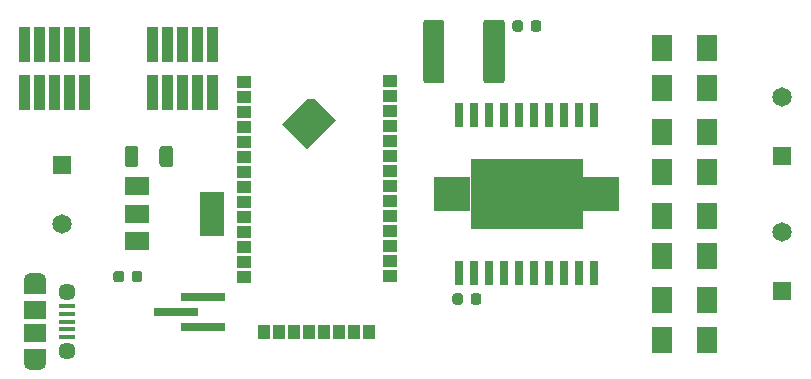
<source format=gbr>
%TF.GenerationSoftware,KiCad,Pcbnew,5.1.9-2.fc34*%
%TF.CreationDate,2021-04-29T15:20:28-07:00*%
%TF.ProjectId,motorbrainz,6d6f746f-7262-4726-9169-6e7a2e6b6963,1.0*%
%TF.SameCoordinates,Original*%
%TF.FileFunction,Soldermask,Top*%
%TF.FilePolarity,Negative*%
%FSLAX46Y46*%
G04 Gerber Fmt 4.6, Leading zero omitted, Abs format (unit mm)*
G04 Created by KiCad (PCBNEW 5.1.9-2.fc34) date 2021-04-29 15:20:28*
%MOMM*%
%LPD*%
G01*
G04 APERTURE LIST*
%ADD10C,0.010000*%
%ADD11R,1.900000X1.200000*%
%ADD12O,1.900000X1.200000*%
%ADD13R,1.900000X1.500000*%
%ADD14C,1.450000*%
%ADD15R,1.350000X0.400000*%
%ADD16R,3.730000X0.740000*%
%ADD17R,1.000000X1.200000*%
%ADD18R,1.200000X1.000000*%
%ADD19C,0.100000*%
%ADD20R,3.050000X2.900000*%
%ADD21R,9.600000X6.000000*%
%ADD22R,0.700000X2.000000*%
%ADD23R,2.000000X3.800000*%
%ADD24R,2.000000X1.500000*%
%ADD25R,1.650000X1.650000*%
%ADD26C,1.650000*%
%ADD27R,1.701800X2.209800*%
G04 APERTURE END LIST*
D10*
%TO.C,J1*%
G36*
X98846000Y-90346000D02*
G01*
X98004000Y-90346000D01*
X98004000Y-87454000D01*
X98846000Y-87454000D01*
X98846000Y-90346000D01*
G37*
X98846000Y-90346000D02*
X98004000Y-90346000D01*
X98004000Y-87454000D01*
X98846000Y-87454000D01*
X98846000Y-90346000D01*
G36*
X98846000Y-94410000D02*
G01*
X98004000Y-94410000D01*
X98004000Y-91518000D01*
X98846000Y-91518000D01*
X98846000Y-94410000D01*
G37*
X98846000Y-94410000D02*
X98004000Y-94410000D01*
X98004000Y-91518000D01*
X98846000Y-91518000D01*
X98846000Y-94410000D01*
G36*
X97576000Y-90346000D02*
G01*
X96734000Y-90346000D01*
X96734000Y-87454000D01*
X97576000Y-87454000D01*
X97576000Y-90346000D01*
G37*
X97576000Y-90346000D02*
X96734000Y-90346000D01*
X96734000Y-87454000D01*
X97576000Y-87454000D01*
X97576000Y-90346000D01*
G36*
X97576000Y-94410000D02*
G01*
X96734000Y-94410000D01*
X96734000Y-91518000D01*
X97576000Y-91518000D01*
X97576000Y-94410000D01*
G37*
X97576000Y-94410000D02*
X96734000Y-94410000D01*
X96734000Y-91518000D01*
X97576000Y-91518000D01*
X97576000Y-94410000D01*
G36*
X96306000Y-90346000D02*
G01*
X95464000Y-90346000D01*
X95464000Y-87454000D01*
X96306000Y-87454000D01*
X96306000Y-90346000D01*
G37*
X96306000Y-90346000D02*
X95464000Y-90346000D01*
X95464000Y-87454000D01*
X96306000Y-87454000D01*
X96306000Y-90346000D01*
G36*
X96306000Y-94410000D02*
G01*
X95464000Y-94410000D01*
X95464000Y-91518000D01*
X96306000Y-91518000D01*
X96306000Y-94410000D01*
G37*
X96306000Y-94410000D02*
X95464000Y-94410000D01*
X95464000Y-91518000D01*
X96306000Y-91518000D01*
X96306000Y-94410000D01*
G36*
X95036000Y-90346000D02*
G01*
X94194000Y-90346000D01*
X94194000Y-87454000D01*
X95036000Y-87454000D01*
X95036000Y-90346000D01*
G37*
X95036000Y-90346000D02*
X94194000Y-90346000D01*
X94194000Y-87454000D01*
X95036000Y-87454000D01*
X95036000Y-90346000D01*
G36*
X95036000Y-94410000D02*
G01*
X94194000Y-94410000D01*
X94194000Y-91518000D01*
X95036000Y-91518000D01*
X95036000Y-94410000D01*
G37*
X95036000Y-94410000D02*
X94194000Y-94410000D01*
X94194000Y-91518000D01*
X95036000Y-91518000D01*
X95036000Y-94410000D01*
G36*
X93766000Y-90346000D02*
G01*
X92924000Y-90346000D01*
X92924000Y-87454000D01*
X93766000Y-87454000D01*
X93766000Y-90346000D01*
G37*
X93766000Y-90346000D02*
X92924000Y-90346000D01*
X92924000Y-87454000D01*
X93766000Y-87454000D01*
X93766000Y-90346000D01*
G36*
X93766000Y-94410000D02*
G01*
X92924000Y-94410000D01*
X92924000Y-91518000D01*
X93766000Y-91518000D01*
X93766000Y-94410000D01*
G37*
X93766000Y-94410000D02*
X92924000Y-94410000D01*
X92924000Y-91518000D01*
X93766000Y-91518000D01*
X93766000Y-94410000D01*
%TO.C,J7*%
G36*
X109641000Y-90346000D02*
G01*
X108799000Y-90346000D01*
X108799000Y-87454000D01*
X109641000Y-87454000D01*
X109641000Y-90346000D01*
G37*
X109641000Y-90346000D02*
X108799000Y-90346000D01*
X108799000Y-87454000D01*
X109641000Y-87454000D01*
X109641000Y-90346000D01*
G36*
X109641000Y-94410000D02*
G01*
X108799000Y-94410000D01*
X108799000Y-91518000D01*
X109641000Y-91518000D01*
X109641000Y-94410000D01*
G37*
X109641000Y-94410000D02*
X108799000Y-94410000D01*
X108799000Y-91518000D01*
X109641000Y-91518000D01*
X109641000Y-94410000D01*
G36*
X108371000Y-90346000D02*
G01*
X107529000Y-90346000D01*
X107529000Y-87454000D01*
X108371000Y-87454000D01*
X108371000Y-90346000D01*
G37*
X108371000Y-90346000D02*
X107529000Y-90346000D01*
X107529000Y-87454000D01*
X108371000Y-87454000D01*
X108371000Y-90346000D01*
G36*
X108371000Y-94410000D02*
G01*
X107529000Y-94410000D01*
X107529000Y-91518000D01*
X108371000Y-91518000D01*
X108371000Y-94410000D01*
G37*
X108371000Y-94410000D02*
X107529000Y-94410000D01*
X107529000Y-91518000D01*
X108371000Y-91518000D01*
X108371000Y-94410000D01*
G36*
X107101000Y-90346000D02*
G01*
X106259000Y-90346000D01*
X106259000Y-87454000D01*
X107101000Y-87454000D01*
X107101000Y-90346000D01*
G37*
X107101000Y-90346000D02*
X106259000Y-90346000D01*
X106259000Y-87454000D01*
X107101000Y-87454000D01*
X107101000Y-90346000D01*
G36*
X107101000Y-94410000D02*
G01*
X106259000Y-94410000D01*
X106259000Y-91518000D01*
X107101000Y-91518000D01*
X107101000Y-94410000D01*
G37*
X107101000Y-94410000D02*
X106259000Y-94410000D01*
X106259000Y-91518000D01*
X107101000Y-91518000D01*
X107101000Y-94410000D01*
G36*
X105831000Y-90346000D02*
G01*
X104989000Y-90346000D01*
X104989000Y-87454000D01*
X105831000Y-87454000D01*
X105831000Y-90346000D01*
G37*
X105831000Y-90346000D02*
X104989000Y-90346000D01*
X104989000Y-87454000D01*
X105831000Y-87454000D01*
X105831000Y-90346000D01*
G36*
X105831000Y-94410000D02*
G01*
X104989000Y-94410000D01*
X104989000Y-91518000D01*
X105831000Y-91518000D01*
X105831000Y-94410000D01*
G37*
X105831000Y-94410000D02*
X104989000Y-94410000D01*
X104989000Y-91518000D01*
X105831000Y-91518000D01*
X105831000Y-94410000D01*
G36*
X104561000Y-90346000D02*
G01*
X103719000Y-90346000D01*
X103719000Y-87454000D01*
X104561000Y-87454000D01*
X104561000Y-90346000D01*
G37*
X104561000Y-90346000D02*
X103719000Y-90346000D01*
X103719000Y-87454000D01*
X104561000Y-87454000D01*
X104561000Y-90346000D01*
G36*
X104561000Y-94410000D02*
G01*
X103719000Y-94410000D01*
X103719000Y-91518000D01*
X104561000Y-91518000D01*
X104561000Y-94410000D01*
G37*
X104561000Y-94410000D02*
X103719000Y-94410000D01*
X103719000Y-91518000D01*
X104561000Y-91518000D01*
X104561000Y-94410000D01*
%TD*%
D11*
%TO.C,J2*%
X94266500Y-109495000D03*
X94266500Y-115295000D03*
D12*
X94266500Y-115895000D03*
X94266500Y-108895000D03*
D13*
X94266500Y-111395000D03*
D14*
X96966500Y-114895000D03*
D15*
X96966500Y-112395000D03*
X96966500Y-113045000D03*
X96966500Y-113695000D03*
X96966500Y-111095000D03*
X96966500Y-111745000D03*
D14*
X96966500Y-109895000D03*
D13*
X94266500Y-113395000D03*
%TD*%
D16*
%TO.C,J6*%
X108445000Y-112839500D03*
X106185000Y-111569500D03*
X108445000Y-110299500D03*
%TD*%
%TO.C,C2*%
G36*
G01*
X102986000Y-97774999D02*
X102986000Y-99075001D01*
G75*
G02*
X102736001Y-99325000I-249999J0D01*
G01*
X102085999Y-99325000D01*
G75*
G02*
X101836000Y-99075001I0J249999D01*
G01*
X101836000Y-97774999D01*
G75*
G02*
X102085999Y-97525000I249999J0D01*
G01*
X102736001Y-97525000D01*
G75*
G02*
X102986000Y-97774999I0J-249999D01*
G01*
G37*
G36*
G01*
X105936000Y-97774999D02*
X105936000Y-99075001D01*
G75*
G02*
X105686001Y-99325000I-249999J0D01*
G01*
X105035999Y-99325000D01*
G75*
G02*
X104786000Y-99075001I0J249999D01*
G01*
X104786000Y-97774999D01*
G75*
G02*
X105035999Y-97525000I249999J0D01*
G01*
X105686001Y-97525000D01*
G75*
G02*
X105936000Y-97774999I0J-249999D01*
G01*
G37*
%TD*%
%TO.C,C5*%
G36*
G01*
X128906000Y-87085000D02*
X128906000Y-91985000D01*
G75*
G02*
X128656000Y-92235000I-250000J0D01*
G01*
X127356000Y-92235000D01*
G75*
G02*
X127106000Y-91985000I0J250000D01*
G01*
X127106000Y-87085000D01*
G75*
G02*
X127356000Y-86835000I250000J0D01*
G01*
X128656000Y-86835000D01*
G75*
G02*
X128906000Y-87085000I0J-250000D01*
G01*
G37*
G36*
G01*
X134006000Y-87085000D02*
X134006000Y-91985000D01*
G75*
G02*
X133756000Y-92235000I-250000J0D01*
G01*
X132456000Y-92235000D01*
G75*
G02*
X132206000Y-91985000I0J250000D01*
G01*
X132206000Y-87085000D01*
G75*
G02*
X132456000Y-86835000I250000J0D01*
G01*
X133756000Y-86835000D01*
G75*
G02*
X134006000Y-87085000I0J-250000D01*
G01*
G37*
%TD*%
D17*
%TO.C,U1*%
X122555000Y-113248900D03*
X121285000Y-113248900D03*
X120015000Y-113248900D03*
X118745000Y-113248900D03*
X117475000Y-113248900D03*
X116205000Y-113248900D03*
X114935000Y-113248900D03*
X113665000Y-113248900D03*
D18*
X111950000Y-92075000D03*
X111950000Y-93345000D03*
X111950000Y-94615000D03*
X111950000Y-95885000D03*
X111950000Y-97155000D03*
X111950000Y-98425000D03*
X111950000Y-99695000D03*
X111950000Y-100965000D03*
X111950000Y-102235000D03*
X111950000Y-103505000D03*
X111950000Y-104775000D03*
X111950000Y-106045000D03*
X111950000Y-107315000D03*
X111950000Y-108585000D03*
X124290000Y-92063700D03*
X124290000Y-93333700D03*
X124290000Y-94603700D03*
X124290000Y-95873700D03*
X124290000Y-97143700D03*
X124290000Y-98413700D03*
X124290000Y-99683700D03*
X124290000Y-100953700D03*
X124290000Y-102223700D03*
X124290000Y-103493700D03*
X124290000Y-104763700D03*
X124290000Y-106033700D03*
X124290000Y-107303700D03*
X124290000Y-108573700D03*
D19*
G36*
X115189951Y-95698890D02*
G01*
X115189954Y-95698881D01*
X115189958Y-95698872D01*
X117309972Y-93578858D01*
X117309981Y-93578854D01*
X117309990Y-93578851D01*
X117310000Y-93578850D01*
X117980000Y-93578850D01*
X117980010Y-93578851D01*
X117980019Y-93578854D01*
X117980028Y-93578858D01*
X117980035Y-93578865D01*
X119770035Y-95378865D01*
X119770042Y-95378872D01*
X119770046Y-95378881D01*
X119770049Y-95378890D01*
X119770050Y-95378900D01*
X119770049Y-95378910D01*
X119770046Y-95378919D01*
X119770041Y-95378928D01*
X119770035Y-95378935D01*
X117310035Y-97828935D01*
X117310028Y-97828942D01*
X117310019Y-97828946D01*
X117310010Y-97828949D01*
X117310000Y-97828950D01*
X117309990Y-97828949D01*
X117309981Y-97828946D01*
X117309972Y-97828942D01*
X117309965Y-97828935D01*
X115189965Y-95698935D01*
X115189958Y-95698928D01*
X115189954Y-95698919D01*
X115189951Y-95698910D01*
X115189950Y-95698900D01*
X115189951Y-95698890D01*
G37*
%TD*%
D20*
%TO.C,U2*%
X129590000Y-101600000D03*
X142190000Y-101600000D03*
D21*
X135890000Y-101600000D03*
D22*
X141605000Y-108300000D03*
X140335000Y-108300000D03*
X139065000Y-108300000D03*
X137795000Y-108300000D03*
X136525000Y-108300000D03*
X135255000Y-108300000D03*
X133985000Y-108300000D03*
X132715000Y-108300000D03*
X131445000Y-108300000D03*
X130175000Y-108300000D03*
X130175000Y-94900000D03*
X131445000Y-94900000D03*
X132715000Y-94900000D03*
X133985000Y-94900000D03*
X135255000Y-94900000D03*
X136525000Y-94900000D03*
X137795000Y-94900000D03*
X139065000Y-94900000D03*
X140335000Y-94900000D03*
X141605000Y-94900000D03*
%TD*%
%TO.C,C4*%
G36*
G01*
X136215000Y-87626000D02*
X136215000Y-87126000D01*
G75*
G02*
X136440000Y-86901000I225000J0D01*
G01*
X136890000Y-86901000D01*
G75*
G02*
X137115000Y-87126000I0J-225000D01*
G01*
X137115000Y-87626000D01*
G75*
G02*
X136890000Y-87851000I-225000J0D01*
G01*
X136440000Y-87851000D01*
G75*
G02*
X136215000Y-87626000I0J225000D01*
G01*
G37*
G36*
G01*
X134665000Y-87626000D02*
X134665000Y-87126000D01*
G75*
G02*
X134890000Y-86901000I225000J0D01*
G01*
X135340000Y-86901000D01*
G75*
G02*
X135565000Y-87126000I0J-225000D01*
G01*
X135565000Y-87626000D01*
G75*
G02*
X135340000Y-87851000I-225000J0D01*
G01*
X134890000Y-87851000D01*
G75*
G02*
X134665000Y-87626000I0J225000D01*
G01*
G37*
%TD*%
D23*
%TO.C,U11*%
X109195000Y-103251000D03*
D24*
X102895000Y-103251000D03*
X102895000Y-105551000D03*
X102895000Y-100951000D03*
%TD*%
D25*
%TO.C,J3*%
X96520000Y-99100000D03*
D26*
X96520000Y-104100000D03*
%TD*%
%TO.C,C3*%
G36*
G01*
X130485000Y-110240000D02*
X130485000Y-110740000D01*
G75*
G02*
X130260000Y-110965000I-225000J0D01*
G01*
X129810000Y-110965000D01*
G75*
G02*
X129585000Y-110740000I0J225000D01*
G01*
X129585000Y-110240000D01*
G75*
G02*
X129810000Y-110015000I225000J0D01*
G01*
X130260000Y-110015000D01*
G75*
G02*
X130485000Y-110240000I0J-225000D01*
G01*
G37*
G36*
G01*
X132035000Y-110240000D02*
X132035000Y-110740000D01*
G75*
G02*
X131810000Y-110965000I-225000J0D01*
G01*
X131360000Y-110965000D01*
G75*
G02*
X131135000Y-110740000I0J225000D01*
G01*
X131135000Y-110240000D01*
G75*
G02*
X131360000Y-110015000I225000J0D01*
G01*
X131810000Y-110015000D01*
G75*
G02*
X132035000Y-110240000I0J-225000D01*
G01*
G37*
%TD*%
%TO.C,C1*%
G36*
G01*
X103333000Y-108335000D02*
X103333000Y-108835000D01*
G75*
G02*
X103108000Y-109060000I-225000J0D01*
G01*
X102658000Y-109060000D01*
G75*
G02*
X102433000Y-108835000I0J225000D01*
G01*
X102433000Y-108335000D01*
G75*
G02*
X102658000Y-108110000I225000J0D01*
G01*
X103108000Y-108110000D01*
G75*
G02*
X103333000Y-108335000I0J-225000D01*
G01*
G37*
G36*
G01*
X101783000Y-108335000D02*
X101783000Y-108835000D01*
G75*
G02*
X101558000Y-109060000I-225000J0D01*
G01*
X101108000Y-109060000D01*
G75*
G02*
X100883000Y-108835000I0J225000D01*
G01*
X100883000Y-108335000D01*
G75*
G02*
X101108000Y-108110000I225000J0D01*
G01*
X101558000Y-108110000D01*
G75*
G02*
X101783000Y-108335000I0J-225000D01*
G01*
G37*
%TD*%
D27*
%TO.C,U10*%
X147320000Y-103454200D03*
X147320000Y-106857800D03*
%TD*%
%TO.C,U9*%
X151130000Y-106857800D03*
X151130000Y-103454200D03*
%TD*%
%TO.C,U8*%
X147320000Y-113969800D03*
X147320000Y-110566200D03*
%TD*%
%TO.C,U7*%
X151130000Y-110566200D03*
X151130000Y-113969800D03*
%TD*%
%TO.C,U6*%
X147320000Y-89230200D03*
X147320000Y-92633800D03*
%TD*%
%TO.C,U5*%
X151130000Y-92633800D03*
X151130000Y-89230200D03*
%TD*%
%TO.C,U4*%
X147320000Y-99745800D03*
X147320000Y-96342200D03*
%TD*%
%TO.C,U3*%
X151130000Y-96342200D03*
X151130000Y-99745800D03*
%TD*%
D26*
%TO.C,J5*%
X157480000Y-104815000D03*
D25*
X157480000Y-109815000D03*
%TD*%
%TO.C,J4*%
X157480000Y-98385000D03*
D26*
X157480000Y-93385000D03*
%TD*%
M02*

</source>
